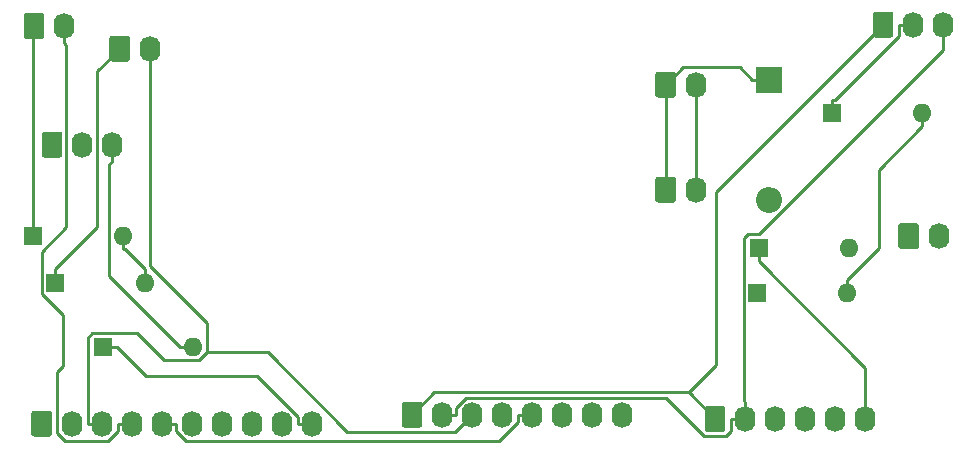
<source format=gbr>
G04 #@! TF.GenerationSoftware,KiCad,Pcbnew,(5.1.5-0-10_14)*
G04 #@! TF.CreationDate,2021-04-18T14:44:46+10:00*
G04 #@! TF.ProjectId,OH - Right Console - 5 - Sensor Panel,4f48202d-2052-4696-9768-7420436f6e73,rev?*
G04 #@! TF.SameCoordinates,Original*
G04 #@! TF.FileFunction,Copper,L2,Bot*
G04 #@! TF.FilePolarity,Positive*
%FSLAX46Y46*%
G04 Gerber Fmt 4.6, Leading zero omitted, Abs format (unit mm)*
G04 Created by KiCad (PCBNEW (5.1.5-0-10_14)) date 2021-04-18 14:44:46*
%MOMM*%
%LPD*%
G04 APERTURE LIST*
%ADD10O,1.740000X2.200000*%
%ADD11C,0.100000*%
%ADD12O,2.200000X2.200000*%
%ADD13R,2.200000X2.200000*%
%ADD14O,1.600000X1.600000*%
%ADD15R,1.600000X1.600000*%
%ADD16C,0.250000*%
G04 APERTURE END LIST*
D10*
X128397000Y-72009000D03*
G04 #@! TA.AperFunction,ComponentPad*
D11*
G36*
X126501505Y-70910204D02*
G01*
X126525773Y-70913804D01*
X126549572Y-70919765D01*
X126572671Y-70928030D01*
X126594850Y-70938520D01*
X126615893Y-70951132D01*
X126635599Y-70965747D01*
X126653777Y-70982223D01*
X126670253Y-71000401D01*
X126684868Y-71020107D01*
X126697480Y-71041150D01*
X126707970Y-71063329D01*
X126716235Y-71086428D01*
X126722196Y-71110227D01*
X126725796Y-71134495D01*
X126727000Y-71158999D01*
X126727000Y-72859001D01*
X126725796Y-72883505D01*
X126722196Y-72907773D01*
X126716235Y-72931572D01*
X126707970Y-72954671D01*
X126697480Y-72976850D01*
X126684868Y-72997893D01*
X126670253Y-73017599D01*
X126653777Y-73035777D01*
X126635599Y-73052253D01*
X126615893Y-73066868D01*
X126594850Y-73079480D01*
X126572671Y-73089970D01*
X126549572Y-73098235D01*
X126525773Y-73104196D01*
X126501505Y-73107796D01*
X126477001Y-73109000D01*
X125236999Y-73109000D01*
X125212495Y-73107796D01*
X125188227Y-73104196D01*
X125164428Y-73098235D01*
X125141329Y-73089970D01*
X125119150Y-73079480D01*
X125098107Y-73066868D01*
X125078401Y-73052253D01*
X125060223Y-73035777D01*
X125043747Y-73017599D01*
X125029132Y-72997893D01*
X125016520Y-72976850D01*
X125006030Y-72954671D01*
X124997765Y-72931572D01*
X124991804Y-72907773D01*
X124988204Y-72883505D01*
X124987000Y-72859001D01*
X124987000Y-71158999D01*
X124988204Y-71134495D01*
X124991804Y-71110227D01*
X124997765Y-71086428D01*
X125006030Y-71063329D01*
X125016520Y-71041150D01*
X125029132Y-71020107D01*
X125043747Y-71000401D01*
X125060223Y-70982223D01*
X125078401Y-70965747D01*
X125098107Y-70951132D01*
X125119150Y-70938520D01*
X125141329Y-70928030D01*
X125164428Y-70919765D01*
X125188227Y-70913804D01*
X125212495Y-70910204D01*
X125236999Y-70909000D01*
X126477001Y-70909000D01*
X126501505Y-70910204D01*
G37*
G04 #@! TD.AperFunction*
D10*
X128397000Y-80899000D03*
G04 #@! TA.AperFunction,ComponentPad*
D11*
G36*
X126501505Y-79800204D02*
G01*
X126525773Y-79803804D01*
X126549572Y-79809765D01*
X126572671Y-79818030D01*
X126594850Y-79828520D01*
X126615893Y-79841132D01*
X126635599Y-79855747D01*
X126653777Y-79872223D01*
X126670253Y-79890401D01*
X126684868Y-79910107D01*
X126697480Y-79931150D01*
X126707970Y-79953329D01*
X126716235Y-79976428D01*
X126722196Y-80000227D01*
X126725796Y-80024495D01*
X126727000Y-80048999D01*
X126727000Y-81749001D01*
X126725796Y-81773505D01*
X126722196Y-81797773D01*
X126716235Y-81821572D01*
X126707970Y-81844671D01*
X126697480Y-81866850D01*
X126684868Y-81887893D01*
X126670253Y-81907599D01*
X126653777Y-81925777D01*
X126635599Y-81942253D01*
X126615893Y-81956868D01*
X126594850Y-81969480D01*
X126572671Y-81979970D01*
X126549572Y-81988235D01*
X126525773Y-81994196D01*
X126501505Y-81997796D01*
X126477001Y-81999000D01*
X125236999Y-81999000D01*
X125212495Y-81997796D01*
X125188227Y-81994196D01*
X125164428Y-81988235D01*
X125141329Y-81979970D01*
X125119150Y-81969480D01*
X125098107Y-81956868D01*
X125078401Y-81942253D01*
X125060223Y-81925777D01*
X125043747Y-81907599D01*
X125029132Y-81887893D01*
X125016520Y-81866850D01*
X125006030Y-81844671D01*
X124997765Y-81821572D01*
X124991804Y-81797773D01*
X124988204Y-81773505D01*
X124987000Y-81749001D01*
X124987000Y-80048999D01*
X124988204Y-80024495D01*
X124991804Y-80000227D01*
X124997765Y-79976428D01*
X125006030Y-79953329D01*
X125016520Y-79931150D01*
X125029132Y-79910107D01*
X125043747Y-79890401D01*
X125060223Y-79872223D01*
X125078401Y-79855747D01*
X125098107Y-79841132D01*
X125119150Y-79828520D01*
X125141329Y-79818030D01*
X125164428Y-79809765D01*
X125188227Y-79803804D01*
X125212495Y-79800204D01*
X125236999Y-79799000D01*
X126477001Y-79799000D01*
X126501505Y-79800204D01*
G37*
G04 #@! TD.AperFunction*
D12*
X134620000Y-81788000D03*
D13*
X134620000Y-71628000D03*
D10*
X142748000Y-100330000D03*
X140208000Y-100330000D03*
X137668000Y-100330000D03*
X135128000Y-100330000D03*
X132588000Y-100330000D03*
G04 #@! TA.AperFunction,ComponentPad*
D11*
G36*
X130692505Y-99231204D02*
G01*
X130716773Y-99234804D01*
X130740572Y-99240765D01*
X130763671Y-99249030D01*
X130785850Y-99259520D01*
X130806893Y-99272132D01*
X130826599Y-99286747D01*
X130844777Y-99303223D01*
X130861253Y-99321401D01*
X130875868Y-99341107D01*
X130888480Y-99362150D01*
X130898970Y-99384329D01*
X130907235Y-99407428D01*
X130913196Y-99431227D01*
X130916796Y-99455495D01*
X130918000Y-99479999D01*
X130918000Y-101180001D01*
X130916796Y-101204505D01*
X130913196Y-101228773D01*
X130907235Y-101252572D01*
X130898970Y-101275671D01*
X130888480Y-101297850D01*
X130875868Y-101318893D01*
X130861253Y-101338599D01*
X130844777Y-101356777D01*
X130826599Y-101373253D01*
X130806893Y-101387868D01*
X130785850Y-101400480D01*
X130763671Y-101410970D01*
X130740572Y-101419235D01*
X130716773Y-101425196D01*
X130692505Y-101428796D01*
X130668001Y-101430000D01*
X129427999Y-101430000D01*
X129403495Y-101428796D01*
X129379227Y-101425196D01*
X129355428Y-101419235D01*
X129332329Y-101410970D01*
X129310150Y-101400480D01*
X129289107Y-101387868D01*
X129269401Y-101373253D01*
X129251223Y-101356777D01*
X129234747Y-101338599D01*
X129220132Y-101318893D01*
X129207520Y-101297850D01*
X129197030Y-101275671D01*
X129188765Y-101252572D01*
X129182804Y-101228773D01*
X129179204Y-101204505D01*
X129178000Y-101180001D01*
X129178000Y-99479999D01*
X129179204Y-99455495D01*
X129182804Y-99431227D01*
X129188765Y-99407428D01*
X129197030Y-99384329D01*
X129207520Y-99362150D01*
X129220132Y-99341107D01*
X129234747Y-99321401D01*
X129251223Y-99303223D01*
X129269401Y-99286747D01*
X129289107Y-99272132D01*
X129310150Y-99259520D01*
X129332329Y-99249030D01*
X129355428Y-99240765D01*
X129379227Y-99234804D01*
X129403495Y-99231204D01*
X129427999Y-99230000D01*
X130668001Y-99230000D01*
X130692505Y-99231204D01*
G37*
G04 #@! TD.AperFunction*
D10*
X95885000Y-100711000D03*
X93345000Y-100711000D03*
X90805000Y-100711000D03*
X88265000Y-100711000D03*
X85725000Y-100711000D03*
X83185000Y-100711000D03*
X80645000Y-100711000D03*
X78105000Y-100711000D03*
X75565000Y-100711000D03*
G04 #@! TA.AperFunction,ComponentPad*
D11*
G36*
X73669505Y-99612204D02*
G01*
X73693773Y-99615804D01*
X73717572Y-99621765D01*
X73740671Y-99630030D01*
X73762850Y-99640520D01*
X73783893Y-99653132D01*
X73803599Y-99667747D01*
X73821777Y-99684223D01*
X73838253Y-99702401D01*
X73852868Y-99722107D01*
X73865480Y-99743150D01*
X73875970Y-99765329D01*
X73884235Y-99788428D01*
X73890196Y-99812227D01*
X73893796Y-99836495D01*
X73895000Y-99860999D01*
X73895000Y-101561001D01*
X73893796Y-101585505D01*
X73890196Y-101609773D01*
X73884235Y-101633572D01*
X73875970Y-101656671D01*
X73865480Y-101678850D01*
X73852868Y-101699893D01*
X73838253Y-101719599D01*
X73821777Y-101737777D01*
X73803599Y-101754253D01*
X73783893Y-101768868D01*
X73762850Y-101781480D01*
X73740671Y-101791970D01*
X73717572Y-101800235D01*
X73693773Y-101806196D01*
X73669505Y-101809796D01*
X73645001Y-101811000D01*
X72404999Y-101811000D01*
X72380495Y-101809796D01*
X72356227Y-101806196D01*
X72332428Y-101800235D01*
X72309329Y-101791970D01*
X72287150Y-101781480D01*
X72266107Y-101768868D01*
X72246401Y-101754253D01*
X72228223Y-101737777D01*
X72211747Y-101719599D01*
X72197132Y-101699893D01*
X72184520Y-101678850D01*
X72174030Y-101656671D01*
X72165765Y-101633572D01*
X72159804Y-101609773D01*
X72156204Y-101585505D01*
X72155000Y-101561001D01*
X72155000Y-99860999D01*
X72156204Y-99836495D01*
X72159804Y-99812227D01*
X72165765Y-99788428D01*
X72174030Y-99765329D01*
X72184520Y-99743150D01*
X72197132Y-99722107D01*
X72211747Y-99702401D01*
X72228223Y-99684223D01*
X72246401Y-99667747D01*
X72266107Y-99653132D01*
X72287150Y-99640520D01*
X72309329Y-99630030D01*
X72332428Y-99621765D01*
X72356227Y-99615804D01*
X72380495Y-99612204D01*
X72404999Y-99611000D01*
X73645001Y-99611000D01*
X73669505Y-99612204D01*
G37*
G04 #@! TD.AperFunction*
D10*
X148971000Y-84836000D03*
G04 #@! TA.AperFunction,ComponentPad*
D11*
G36*
X147075505Y-83737204D02*
G01*
X147099773Y-83740804D01*
X147123572Y-83746765D01*
X147146671Y-83755030D01*
X147168850Y-83765520D01*
X147189893Y-83778132D01*
X147209599Y-83792747D01*
X147227777Y-83809223D01*
X147244253Y-83827401D01*
X147258868Y-83847107D01*
X147271480Y-83868150D01*
X147281970Y-83890329D01*
X147290235Y-83913428D01*
X147296196Y-83937227D01*
X147299796Y-83961495D01*
X147301000Y-83985999D01*
X147301000Y-85686001D01*
X147299796Y-85710505D01*
X147296196Y-85734773D01*
X147290235Y-85758572D01*
X147281970Y-85781671D01*
X147271480Y-85803850D01*
X147258868Y-85824893D01*
X147244253Y-85844599D01*
X147227777Y-85862777D01*
X147209599Y-85879253D01*
X147189893Y-85893868D01*
X147168850Y-85906480D01*
X147146671Y-85916970D01*
X147123572Y-85925235D01*
X147099773Y-85931196D01*
X147075505Y-85934796D01*
X147051001Y-85936000D01*
X145810999Y-85936000D01*
X145786495Y-85934796D01*
X145762227Y-85931196D01*
X145738428Y-85925235D01*
X145715329Y-85916970D01*
X145693150Y-85906480D01*
X145672107Y-85893868D01*
X145652401Y-85879253D01*
X145634223Y-85862777D01*
X145617747Y-85844599D01*
X145603132Y-85824893D01*
X145590520Y-85803850D01*
X145580030Y-85781671D01*
X145571765Y-85758572D01*
X145565804Y-85734773D01*
X145562204Y-85710505D01*
X145561000Y-85686001D01*
X145561000Y-83985999D01*
X145562204Y-83961495D01*
X145565804Y-83937227D01*
X145571765Y-83913428D01*
X145580030Y-83890329D01*
X145590520Y-83868150D01*
X145603132Y-83847107D01*
X145617747Y-83827401D01*
X145634223Y-83809223D01*
X145652401Y-83792747D01*
X145672107Y-83778132D01*
X145693150Y-83765520D01*
X145715329Y-83755030D01*
X145738428Y-83746765D01*
X145762227Y-83740804D01*
X145786495Y-83737204D01*
X145810999Y-83736000D01*
X147051001Y-83736000D01*
X147075505Y-83737204D01*
G37*
G04 #@! TD.AperFunction*
D10*
X82169000Y-68961000D03*
G04 #@! TA.AperFunction,ComponentPad*
D11*
G36*
X80273505Y-67862204D02*
G01*
X80297773Y-67865804D01*
X80321572Y-67871765D01*
X80344671Y-67880030D01*
X80366850Y-67890520D01*
X80387893Y-67903132D01*
X80407599Y-67917747D01*
X80425777Y-67934223D01*
X80442253Y-67952401D01*
X80456868Y-67972107D01*
X80469480Y-67993150D01*
X80479970Y-68015329D01*
X80488235Y-68038428D01*
X80494196Y-68062227D01*
X80497796Y-68086495D01*
X80499000Y-68110999D01*
X80499000Y-69811001D01*
X80497796Y-69835505D01*
X80494196Y-69859773D01*
X80488235Y-69883572D01*
X80479970Y-69906671D01*
X80469480Y-69928850D01*
X80456868Y-69949893D01*
X80442253Y-69969599D01*
X80425777Y-69987777D01*
X80407599Y-70004253D01*
X80387893Y-70018868D01*
X80366850Y-70031480D01*
X80344671Y-70041970D01*
X80321572Y-70050235D01*
X80297773Y-70056196D01*
X80273505Y-70059796D01*
X80249001Y-70061000D01*
X79008999Y-70061000D01*
X78984495Y-70059796D01*
X78960227Y-70056196D01*
X78936428Y-70050235D01*
X78913329Y-70041970D01*
X78891150Y-70031480D01*
X78870107Y-70018868D01*
X78850401Y-70004253D01*
X78832223Y-69987777D01*
X78815747Y-69969599D01*
X78801132Y-69949893D01*
X78788520Y-69928850D01*
X78778030Y-69906671D01*
X78769765Y-69883572D01*
X78763804Y-69859773D01*
X78760204Y-69835505D01*
X78759000Y-69811001D01*
X78759000Y-68110999D01*
X78760204Y-68086495D01*
X78763804Y-68062227D01*
X78769765Y-68038428D01*
X78778030Y-68015329D01*
X78788520Y-67993150D01*
X78801132Y-67972107D01*
X78815747Y-67952401D01*
X78832223Y-67934223D01*
X78850401Y-67917747D01*
X78870107Y-67903132D01*
X78891150Y-67890520D01*
X78913329Y-67880030D01*
X78936428Y-67871765D01*
X78960227Y-67865804D01*
X78984495Y-67862204D01*
X79008999Y-67861000D01*
X80249001Y-67861000D01*
X80273505Y-67862204D01*
G37*
G04 #@! TD.AperFunction*
D10*
X74930000Y-67056000D03*
G04 #@! TA.AperFunction,ComponentPad*
D11*
G36*
X73034505Y-65957204D02*
G01*
X73058773Y-65960804D01*
X73082572Y-65966765D01*
X73105671Y-65975030D01*
X73127850Y-65985520D01*
X73148893Y-65998132D01*
X73168599Y-66012747D01*
X73186777Y-66029223D01*
X73203253Y-66047401D01*
X73217868Y-66067107D01*
X73230480Y-66088150D01*
X73240970Y-66110329D01*
X73249235Y-66133428D01*
X73255196Y-66157227D01*
X73258796Y-66181495D01*
X73260000Y-66205999D01*
X73260000Y-67906001D01*
X73258796Y-67930505D01*
X73255196Y-67954773D01*
X73249235Y-67978572D01*
X73240970Y-68001671D01*
X73230480Y-68023850D01*
X73217868Y-68044893D01*
X73203253Y-68064599D01*
X73186777Y-68082777D01*
X73168599Y-68099253D01*
X73148893Y-68113868D01*
X73127850Y-68126480D01*
X73105671Y-68136970D01*
X73082572Y-68145235D01*
X73058773Y-68151196D01*
X73034505Y-68154796D01*
X73010001Y-68156000D01*
X71769999Y-68156000D01*
X71745495Y-68154796D01*
X71721227Y-68151196D01*
X71697428Y-68145235D01*
X71674329Y-68136970D01*
X71652150Y-68126480D01*
X71631107Y-68113868D01*
X71611401Y-68099253D01*
X71593223Y-68082777D01*
X71576747Y-68064599D01*
X71562132Y-68044893D01*
X71549520Y-68023850D01*
X71539030Y-68001671D01*
X71530765Y-67978572D01*
X71524804Y-67954773D01*
X71521204Y-67930505D01*
X71520000Y-67906001D01*
X71520000Y-66205999D01*
X71521204Y-66181495D01*
X71524804Y-66157227D01*
X71530765Y-66133428D01*
X71539030Y-66110329D01*
X71549520Y-66088150D01*
X71562132Y-66067107D01*
X71576747Y-66047401D01*
X71593223Y-66029223D01*
X71611401Y-66012747D01*
X71631107Y-65998132D01*
X71652150Y-65985520D01*
X71674329Y-65975030D01*
X71697428Y-65966765D01*
X71721227Y-65960804D01*
X71745495Y-65957204D01*
X71769999Y-65956000D01*
X73010001Y-65956000D01*
X73034505Y-65957204D01*
G37*
G04 #@! TD.AperFunction*
D10*
X149352000Y-66929000D03*
X146812000Y-66929000D03*
G04 #@! TA.AperFunction,ComponentPad*
D11*
G36*
X144916505Y-65830204D02*
G01*
X144940773Y-65833804D01*
X144964572Y-65839765D01*
X144987671Y-65848030D01*
X145009850Y-65858520D01*
X145030893Y-65871132D01*
X145050599Y-65885747D01*
X145068777Y-65902223D01*
X145085253Y-65920401D01*
X145099868Y-65940107D01*
X145112480Y-65961150D01*
X145122970Y-65983329D01*
X145131235Y-66006428D01*
X145137196Y-66030227D01*
X145140796Y-66054495D01*
X145142000Y-66078999D01*
X145142000Y-67779001D01*
X145140796Y-67803505D01*
X145137196Y-67827773D01*
X145131235Y-67851572D01*
X145122970Y-67874671D01*
X145112480Y-67896850D01*
X145099868Y-67917893D01*
X145085253Y-67937599D01*
X145068777Y-67955777D01*
X145050599Y-67972253D01*
X145030893Y-67986868D01*
X145009850Y-67999480D01*
X144987671Y-68009970D01*
X144964572Y-68018235D01*
X144940773Y-68024196D01*
X144916505Y-68027796D01*
X144892001Y-68029000D01*
X143651999Y-68029000D01*
X143627495Y-68027796D01*
X143603227Y-68024196D01*
X143579428Y-68018235D01*
X143556329Y-68009970D01*
X143534150Y-67999480D01*
X143513107Y-67986868D01*
X143493401Y-67972253D01*
X143475223Y-67955777D01*
X143458747Y-67937599D01*
X143444132Y-67917893D01*
X143431520Y-67896850D01*
X143421030Y-67874671D01*
X143412765Y-67851572D01*
X143406804Y-67827773D01*
X143403204Y-67803505D01*
X143402000Y-67779001D01*
X143402000Y-66078999D01*
X143403204Y-66054495D01*
X143406804Y-66030227D01*
X143412765Y-66006428D01*
X143421030Y-65983329D01*
X143431520Y-65961150D01*
X143444132Y-65940107D01*
X143458747Y-65920401D01*
X143475223Y-65902223D01*
X143493401Y-65885747D01*
X143513107Y-65871132D01*
X143534150Y-65858520D01*
X143556329Y-65848030D01*
X143579428Y-65839765D01*
X143603227Y-65833804D01*
X143627495Y-65830204D01*
X143651999Y-65829000D01*
X144892001Y-65829000D01*
X144916505Y-65830204D01*
G37*
G04 #@! TD.AperFunction*
D10*
X122174000Y-99949000D03*
X119634000Y-99949000D03*
X117094000Y-99949000D03*
X114554000Y-99949000D03*
X112014000Y-99949000D03*
X109474000Y-99949000D03*
X106934000Y-99949000D03*
G04 #@! TA.AperFunction,ComponentPad*
D11*
G36*
X105038505Y-98850204D02*
G01*
X105062773Y-98853804D01*
X105086572Y-98859765D01*
X105109671Y-98868030D01*
X105131850Y-98878520D01*
X105152893Y-98891132D01*
X105172599Y-98905747D01*
X105190777Y-98922223D01*
X105207253Y-98940401D01*
X105221868Y-98960107D01*
X105234480Y-98981150D01*
X105244970Y-99003329D01*
X105253235Y-99026428D01*
X105259196Y-99050227D01*
X105262796Y-99074495D01*
X105264000Y-99098999D01*
X105264000Y-100799001D01*
X105262796Y-100823505D01*
X105259196Y-100847773D01*
X105253235Y-100871572D01*
X105244970Y-100894671D01*
X105234480Y-100916850D01*
X105221868Y-100937893D01*
X105207253Y-100957599D01*
X105190777Y-100975777D01*
X105172599Y-100992253D01*
X105152893Y-101006868D01*
X105131850Y-101019480D01*
X105109671Y-101029970D01*
X105086572Y-101038235D01*
X105062773Y-101044196D01*
X105038505Y-101047796D01*
X105014001Y-101049000D01*
X103773999Y-101049000D01*
X103749495Y-101047796D01*
X103725227Y-101044196D01*
X103701428Y-101038235D01*
X103678329Y-101029970D01*
X103656150Y-101019480D01*
X103635107Y-101006868D01*
X103615401Y-100992253D01*
X103597223Y-100975777D01*
X103580747Y-100957599D01*
X103566132Y-100937893D01*
X103553520Y-100916850D01*
X103543030Y-100894671D01*
X103534765Y-100871572D01*
X103528804Y-100847773D01*
X103525204Y-100823505D01*
X103524000Y-100799001D01*
X103524000Y-99098999D01*
X103525204Y-99074495D01*
X103528804Y-99050227D01*
X103534765Y-99026428D01*
X103543030Y-99003329D01*
X103553520Y-98981150D01*
X103566132Y-98960107D01*
X103580747Y-98940401D01*
X103597223Y-98922223D01*
X103615401Y-98905747D01*
X103635107Y-98891132D01*
X103656150Y-98878520D01*
X103678329Y-98868030D01*
X103701428Y-98859765D01*
X103725227Y-98853804D01*
X103749495Y-98850204D01*
X103773999Y-98849000D01*
X105014001Y-98849000D01*
X105038505Y-98850204D01*
G37*
G04 #@! TD.AperFunction*
D10*
X78994000Y-77089000D03*
X76454000Y-77089000D03*
G04 #@! TA.AperFunction,ComponentPad*
D11*
G36*
X74558505Y-75990204D02*
G01*
X74582773Y-75993804D01*
X74606572Y-75999765D01*
X74629671Y-76008030D01*
X74651850Y-76018520D01*
X74672893Y-76031132D01*
X74692599Y-76045747D01*
X74710777Y-76062223D01*
X74727253Y-76080401D01*
X74741868Y-76100107D01*
X74754480Y-76121150D01*
X74764970Y-76143329D01*
X74773235Y-76166428D01*
X74779196Y-76190227D01*
X74782796Y-76214495D01*
X74784000Y-76238999D01*
X74784000Y-77939001D01*
X74782796Y-77963505D01*
X74779196Y-77987773D01*
X74773235Y-78011572D01*
X74764970Y-78034671D01*
X74754480Y-78056850D01*
X74741868Y-78077893D01*
X74727253Y-78097599D01*
X74710777Y-78115777D01*
X74692599Y-78132253D01*
X74672893Y-78146868D01*
X74651850Y-78159480D01*
X74629671Y-78169970D01*
X74606572Y-78178235D01*
X74582773Y-78184196D01*
X74558505Y-78187796D01*
X74534001Y-78189000D01*
X73293999Y-78189000D01*
X73269495Y-78187796D01*
X73245227Y-78184196D01*
X73221428Y-78178235D01*
X73198329Y-78169970D01*
X73176150Y-78159480D01*
X73155107Y-78146868D01*
X73135401Y-78132253D01*
X73117223Y-78115777D01*
X73100747Y-78097599D01*
X73086132Y-78077893D01*
X73073520Y-78056850D01*
X73063030Y-78034671D01*
X73054765Y-78011572D01*
X73048804Y-77987773D01*
X73045204Y-77963505D01*
X73044000Y-77939001D01*
X73044000Y-76238999D01*
X73045204Y-76214495D01*
X73048804Y-76190227D01*
X73054765Y-76166428D01*
X73063030Y-76143329D01*
X73073520Y-76121150D01*
X73086132Y-76100107D01*
X73100747Y-76080401D01*
X73117223Y-76062223D01*
X73135401Y-76045747D01*
X73155107Y-76031132D01*
X73176150Y-76018520D01*
X73198329Y-76008030D01*
X73221428Y-75999765D01*
X73245227Y-75993804D01*
X73269495Y-75990204D01*
X73293999Y-75989000D01*
X74534001Y-75989000D01*
X74558505Y-75990204D01*
G37*
G04 #@! TD.AperFunction*
D14*
X85852000Y-94234000D03*
D15*
X78232000Y-94234000D03*
D14*
X141351000Y-85852000D03*
D15*
X133731000Y-85852000D03*
D14*
X141224000Y-89662000D03*
D15*
X133604000Y-89662000D03*
D14*
X81788000Y-88773000D03*
D15*
X74168000Y-88773000D03*
D14*
X79883000Y-84836000D03*
D15*
X72263000Y-84836000D03*
D14*
X147574000Y-74422000D03*
D15*
X139954000Y-74422000D03*
D16*
X79883000Y-84836000D02*
X79883000Y-85961300D01*
X81788000Y-88773000D02*
X81788000Y-87647700D01*
X79883000Y-85961300D02*
X80101600Y-85961300D01*
X80101600Y-85961300D02*
X81788000Y-87647700D01*
X141224000Y-89662000D02*
X141224000Y-88536700D01*
X147574000Y-74422000D02*
X147574000Y-75547300D01*
X147574000Y-75547300D02*
X143908600Y-79212700D01*
X143908600Y-79212700D02*
X143908600Y-85852100D01*
X143908600Y-85852100D02*
X141224000Y-88536700D01*
X146812000Y-66929000D02*
X145616700Y-66929000D01*
X139954000Y-74422000D02*
X139954000Y-73296700D01*
X139954000Y-73296700D02*
X140199100Y-73296700D01*
X140199100Y-73296700D02*
X145616700Y-67879100D01*
X145616700Y-67879100D02*
X145616700Y-66929000D01*
X74168000Y-88773000D02*
X74168000Y-87647700D01*
X74168000Y-87647700D02*
X77724000Y-84091700D01*
X77724000Y-84091700D02*
X77724000Y-70866000D01*
X77724000Y-70866000D02*
X79629000Y-68961000D01*
X72263000Y-84836000D02*
X72263000Y-67183000D01*
X72263000Y-67183000D02*
X72390000Y-67056000D01*
X133731000Y-85852000D02*
X133731000Y-86977300D01*
X133731000Y-86977300D02*
X142748000Y-95994300D01*
X142748000Y-95994300D02*
X142748000Y-100330000D01*
X79357300Y-94234000D02*
X81833500Y-96710200D01*
X81833500Y-96710200D02*
X91286500Y-96710200D01*
X91286500Y-96710200D02*
X94689700Y-100113400D01*
X94689700Y-100113400D02*
X94689700Y-100711000D01*
X78232000Y-94234000D02*
X79357300Y-94234000D01*
X95885000Y-100711000D02*
X94689700Y-100711000D01*
X78994000Y-77089000D02*
X78994000Y-78514300D01*
X85852000Y-94234000D02*
X84726700Y-94234000D01*
X84726700Y-94234000D02*
X78702600Y-88209900D01*
X78702600Y-88209900D02*
X78702600Y-78805700D01*
X78702600Y-78805700D02*
X78994000Y-78514300D01*
X83185000Y-100711000D02*
X84380300Y-100711000D01*
X114554000Y-99949000D02*
X113358700Y-99949000D01*
X113358700Y-99949000D02*
X113358700Y-100546600D01*
X113358700Y-100546600D02*
X111744000Y-102161300D01*
X111744000Y-102161300D02*
X85232900Y-102161300D01*
X85232900Y-102161300D02*
X84380300Y-101308700D01*
X84380300Y-101308700D02*
X84380300Y-100711000D01*
X80645000Y-100711000D02*
X79449700Y-100711000D01*
X74930000Y-67056000D02*
X74930000Y-68481300D01*
X74930000Y-68481300D02*
X75120900Y-68672200D01*
X75120900Y-68672200D02*
X75120900Y-84096900D01*
X75120900Y-84096900D02*
X73038100Y-86179700D01*
X73038100Y-86179700D02*
X73038100Y-89723800D01*
X73038100Y-89723800D02*
X74842800Y-91528500D01*
X74842800Y-91528500D02*
X74842800Y-95832600D01*
X74842800Y-95832600D02*
X74352900Y-96322500D01*
X74352900Y-96322500D02*
X74352900Y-101482000D01*
X74352900Y-101482000D02*
X75025300Y-102154400D01*
X75025300Y-102154400D02*
X78603900Y-102154400D01*
X78603900Y-102154400D02*
X79449700Y-101308600D01*
X79449700Y-101308600D02*
X79449700Y-100711000D01*
X87007200Y-94670400D02*
X87007200Y-92230000D01*
X87007200Y-92230000D02*
X82169000Y-87391800D01*
X82169000Y-87391800D02*
X82169000Y-68961000D01*
X76909700Y-100711000D02*
X76909700Y-93476800D01*
X76909700Y-93476800D02*
X77311100Y-93075400D01*
X77311100Y-93075400D02*
X81061600Y-93075400D01*
X81061600Y-93075400D02*
X83347300Y-95361100D01*
X83347300Y-95361100D02*
X86316500Y-95361100D01*
X86316500Y-95361100D02*
X87007200Y-94670400D01*
X109474000Y-99949000D02*
X108038500Y-101384500D01*
X108038500Y-101384500D02*
X98895100Y-101384500D01*
X98895100Y-101384500D02*
X92181000Y-94670400D01*
X92181000Y-94670400D02*
X87007200Y-94670400D01*
X78105000Y-100711000D02*
X76909700Y-100711000D01*
X132588000Y-100330000D02*
X131392700Y-100330000D01*
X106934000Y-99949000D02*
X108129300Y-99949000D01*
X108129300Y-99949000D02*
X108129300Y-99351400D01*
X108129300Y-99351400D02*
X108961600Y-98519100D01*
X108961600Y-98519100D02*
X125839700Y-98519100D01*
X125839700Y-98519100D02*
X129081400Y-101760800D01*
X129081400Y-101760800D02*
X130933100Y-101760800D01*
X130933100Y-101760800D02*
X131392700Y-101301200D01*
X131392700Y-101301200D02*
X131392700Y-100330000D01*
X132588000Y-100042500D02*
X132588000Y-100330000D01*
X132588000Y-100042500D02*
X132588000Y-98904700D01*
X149352000Y-66929000D02*
X149352000Y-69092900D01*
X149352000Y-69092900D02*
X133789600Y-84655300D01*
X133789600Y-84655300D02*
X132806300Y-84655300D01*
X132806300Y-84655300D02*
X132478600Y-84983000D01*
X132478600Y-84983000D02*
X132478600Y-98795300D01*
X132478600Y-98795300D02*
X132588000Y-98904700D01*
X127786700Y-98068700D02*
X106274300Y-98068700D01*
X106274300Y-98068700D02*
X104394000Y-99949000D01*
X127786700Y-98068700D02*
X130048000Y-100330000D01*
X144272000Y-66929000D02*
X130097000Y-81104000D01*
X130097000Y-81104000D02*
X130097000Y-95758400D01*
X130097000Y-95758400D02*
X127786700Y-98068700D01*
X128397000Y-80899000D02*
X128397000Y-72009000D01*
X134620000Y-71628000D02*
X133194700Y-71628000D01*
X133194700Y-71628000D02*
X132113200Y-70546500D01*
X132113200Y-70546500D02*
X127319500Y-70546500D01*
X127319500Y-70546500D02*
X125857000Y-72009000D01*
X125857000Y-80899000D02*
X125857000Y-72009000D01*
M02*

</source>
